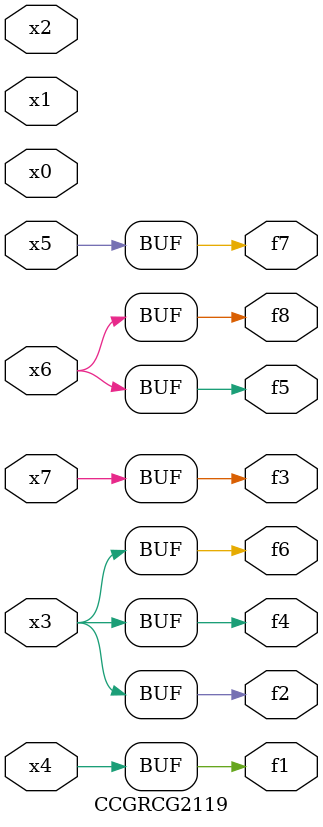
<source format=v>
module CCGRCG2119(
	input x0, x1, x2, x3, x4, x5, x6, x7,
	output f1, f2, f3, f4, f5, f6, f7, f8
);
	assign f1 = x4;
	assign f2 = x3;
	assign f3 = x7;
	assign f4 = x3;
	assign f5 = x6;
	assign f6 = x3;
	assign f7 = x5;
	assign f8 = x6;
endmodule

</source>
